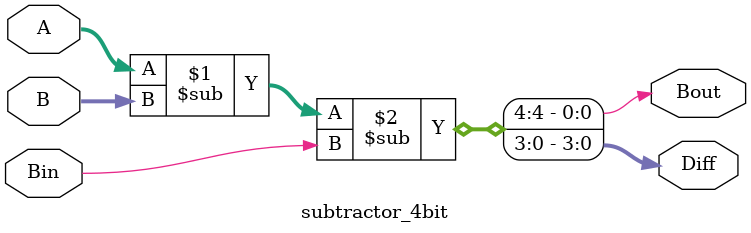
<source format=v>
module adder_4bit (
    input [3:0] A,  // 4-bit 입력 A
    input [3:0] B,  // 4-bit 입력 B
    input Cin,      // 입력 캐리
    output [3:0] Sum, // 4-bit 합계
    output Cout      // 출력 캐리
);
    assign {Cout, Sum} = A + B + Cin; // 가산기 동작
endmodule

module subtractor_4bit (
    input [3:0] A,  // 4-bit 입력 A
    input [3:0] B,  // 4-bit 입력 B
    input Bin,      // 입력 Borrow (감산용 캐리)
    output [3:0] Diff, // 4-bit 차이
    output Bout     // 출력 Borrow
);
    assign {Bout, Diff} = A - B - Bin; // 감산기 동작
endmodule

</source>
